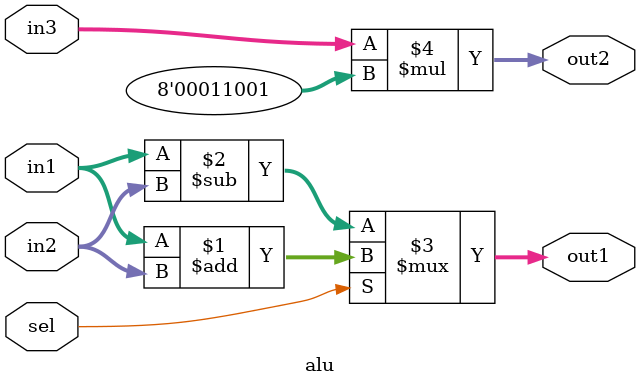
<source format=v>
module alu(in1, in2, in3, sel, out1, out2);
   input  [7:0] in1;
   input  [7:0] in2;
   input  [7:0] in3;
   input 	sel;
   
   output [7:0] out1;
   output [7:0] out2;

   assign out1 = sel ? in1 + in2 : in1 - in2;
   assign out2 = in3 * 8'd25;

endmodule // alu


</source>
